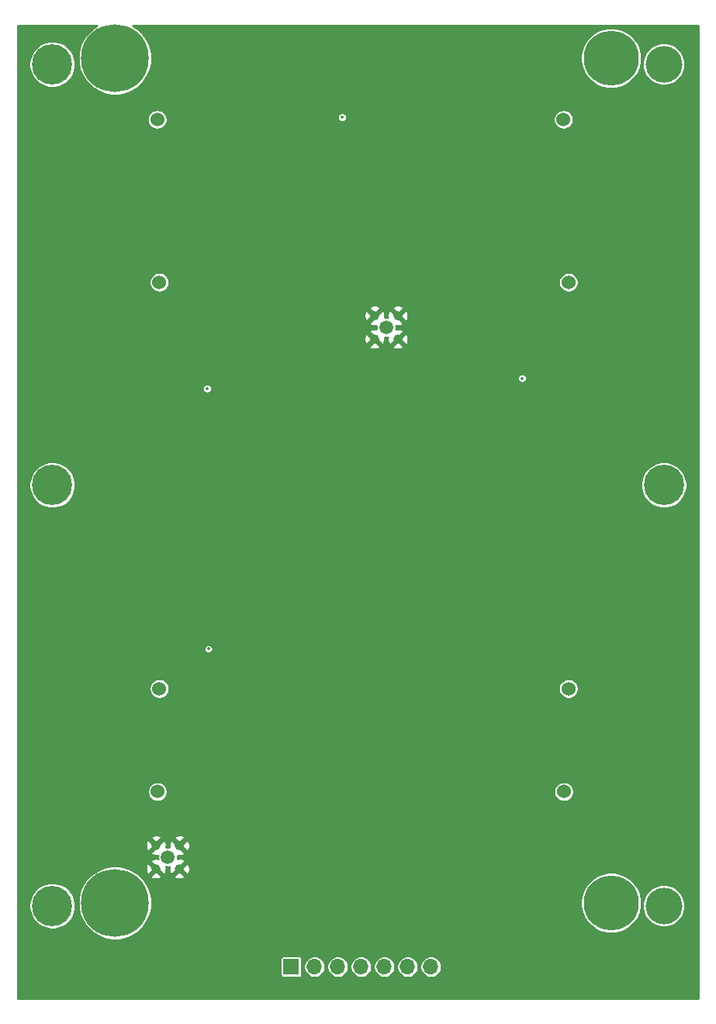
<source format=gbr>
%TF.GenerationSoftware,KiCad,Pcbnew,(5.1.10-1-10_14)*%
%TF.CreationDate,2021-08-18T14:54:20-05:00*%
%TF.ProjectId,payload_board,7061796c-6f61-4645-9f62-6f6172642e6b,3*%
%TF.SameCoordinates,Original*%
%TF.FileFunction,Copper,L3,Inr*%
%TF.FilePolarity,Positive*%
%FSLAX46Y46*%
G04 Gerber Fmt 4.6, Leading zero omitted, Abs format (unit mm)*
G04 Created by KiCad (PCBNEW (5.1.10-1-10_14)) date 2021-08-18 14:54:20*
%MOMM*%
%LPD*%
G01*
G04 APERTURE LIST*
%TA.AperFunction,ComponentPad*%
%ADD10C,1.524000*%
%TD*%
%TA.AperFunction,ComponentPad*%
%ADD11C,0.808000*%
%TD*%
%TA.AperFunction,ComponentPad*%
%ADD12O,1.700000X1.700000*%
%TD*%
%TA.AperFunction,ComponentPad*%
%ADD13R,1.700000X1.700000*%
%TD*%
%TA.AperFunction,ComponentPad*%
%ADD14C,1.000000*%
%TD*%
%TA.AperFunction,ComponentPad*%
%ADD15C,1.500000*%
%TD*%
%TA.AperFunction,ComponentPad*%
%ADD16C,6.000000*%
%TD*%
%TA.AperFunction,ComponentPad*%
%ADD17C,4.000000*%
%TD*%
%TA.AperFunction,ComponentPad*%
%ADD18C,7.400000*%
%TD*%
%TA.AperFunction,ComponentPad*%
%ADD19C,4.400000*%
%TD*%
%TA.AperFunction,ViaPad*%
%ADD20C,0.355600*%
%TD*%
%TA.AperFunction,Conductor*%
%ADD21C,0.254000*%
%TD*%
%TA.AperFunction,Conductor*%
%ADD22C,0.100000*%
%TD*%
G04 APERTURE END LIST*
D10*
X109919200Y-60655000D03*
X65570800Y-60655000D03*
X65815000Y-78420800D03*
X65815000Y-122769200D03*
X65605800Y-134020000D03*
X109954200Y-134020000D03*
X110465000Y-78420800D03*
X110465000Y-122769200D03*
D11*
X54686300Y-111615100D03*
X54686300Y-110700700D03*
X60528300Y-109532300D03*
X60528300Y-108617900D03*
D12*
X95450000Y-153130000D03*
X92910000Y-153130000D03*
X90370000Y-153130000D03*
X87830000Y-153130000D03*
X85290000Y-153130000D03*
X82750000Y-153130000D03*
D13*
X80210000Y-153130000D03*
D14*
X68010000Y-142430000D03*
X68010000Y-139870000D03*
X65450000Y-139870000D03*
X65450000Y-142430000D03*
D15*
X66730000Y-141150000D03*
D14*
X91840000Y-84620000D03*
X91840000Y-82060000D03*
X89280000Y-82060000D03*
X89280000Y-84620000D03*
D15*
X90560000Y-83340000D03*
D16*
X115120000Y-146160000D03*
X115120000Y-53960000D03*
D17*
X120870000Y-146480000D03*
X120870000Y-54630000D03*
D18*
X60970000Y-146160000D03*
X60970000Y-53960000D03*
D19*
X54130000Y-146480000D03*
X120870000Y-100560000D03*
X54130000Y-100560000D03*
X54130000Y-54630000D03*
D20*
X71020000Y-90020000D03*
X105410000Y-88900000D03*
X71160000Y-118440000D03*
X85745000Y-60415000D03*
X77490000Y-126700000D03*
X93360000Y-113910000D03*
X94620000Y-84620000D03*
D21*
X58397837Y-50825811D02*
X57835811Y-51387837D01*
X57394229Y-52048711D01*
X57090062Y-52783034D01*
X56935000Y-53562587D01*
X56935000Y-54357413D01*
X57090062Y-55136966D01*
X57394229Y-55871289D01*
X57835811Y-56532163D01*
X58397837Y-57094189D01*
X59058711Y-57535771D01*
X59793034Y-57839938D01*
X60572587Y-57995000D01*
X61367413Y-57995000D01*
X62146966Y-57839938D01*
X62881289Y-57535771D01*
X63542163Y-57094189D01*
X64104189Y-56532163D01*
X64545771Y-55871289D01*
X64849938Y-55136966D01*
X65005000Y-54357413D01*
X65005000Y-53631531D01*
X111785000Y-53631531D01*
X111785000Y-54288469D01*
X111913162Y-54932784D01*
X112164561Y-55539715D01*
X112529536Y-56085939D01*
X112994061Y-56550464D01*
X113540285Y-56915439D01*
X114147216Y-57166838D01*
X114791531Y-57295000D01*
X115448469Y-57295000D01*
X116092784Y-57166838D01*
X116699715Y-56915439D01*
X117245939Y-56550464D01*
X117710464Y-56085939D01*
X118075439Y-55539715D01*
X118326838Y-54932784D01*
X118432810Y-54400023D01*
X118535000Y-54400023D01*
X118535000Y-54859977D01*
X118624733Y-55311094D01*
X118800750Y-55736037D01*
X119056287Y-56118476D01*
X119381524Y-56443713D01*
X119763963Y-56699250D01*
X120188906Y-56875267D01*
X120640023Y-56965000D01*
X121099977Y-56965000D01*
X121551094Y-56875267D01*
X121976037Y-56699250D01*
X122358476Y-56443713D01*
X122683713Y-56118476D01*
X122939250Y-55736037D01*
X123115267Y-55311094D01*
X123205000Y-54859977D01*
X123205000Y-54400023D01*
X123115267Y-53948906D01*
X122939250Y-53523963D01*
X122683713Y-53141524D01*
X122358476Y-52816287D01*
X121976037Y-52560750D01*
X121551094Y-52384733D01*
X121099977Y-52295000D01*
X120640023Y-52295000D01*
X120188906Y-52384733D01*
X119763963Y-52560750D01*
X119381524Y-52816287D01*
X119056287Y-53141524D01*
X118800750Y-53523963D01*
X118624733Y-53948906D01*
X118535000Y-54400023D01*
X118432810Y-54400023D01*
X118455000Y-54288469D01*
X118455000Y-53631531D01*
X118326838Y-52987216D01*
X118075439Y-52380285D01*
X117710464Y-51834061D01*
X117245939Y-51369536D01*
X116699715Y-51004561D01*
X116092784Y-50753162D01*
X115448469Y-50625000D01*
X114791531Y-50625000D01*
X114147216Y-50753162D01*
X113540285Y-51004561D01*
X112994061Y-51369536D01*
X112529536Y-51834061D01*
X112164561Y-52380285D01*
X111913162Y-52987216D01*
X111785000Y-53631531D01*
X65005000Y-53631531D01*
X65005000Y-53562587D01*
X64849938Y-52783034D01*
X64545771Y-52048711D01*
X64104189Y-51387837D01*
X63542163Y-50825811D01*
X62919858Y-50410000D01*
X124590000Y-50410000D01*
X124590001Y-156590000D01*
X50410000Y-156590000D01*
X50410000Y-152280000D01*
X79023380Y-152280000D01*
X79023380Y-153980000D01*
X79029848Y-154045671D01*
X79049004Y-154108819D01*
X79080111Y-154167016D01*
X79121974Y-154218026D01*
X79172984Y-154259889D01*
X79231181Y-154290996D01*
X79294329Y-154310152D01*
X79360000Y-154316620D01*
X81060000Y-154316620D01*
X81125671Y-154310152D01*
X81188819Y-154290996D01*
X81247016Y-154259889D01*
X81298026Y-154218026D01*
X81339889Y-154167016D01*
X81370996Y-154108819D01*
X81390152Y-154045671D01*
X81396620Y-153980000D01*
X81396620Y-153013288D01*
X81565000Y-153013288D01*
X81565000Y-153246712D01*
X81610539Y-153475652D01*
X81699866Y-153691308D01*
X81829550Y-153885394D01*
X81994606Y-154050450D01*
X82188692Y-154180134D01*
X82404348Y-154269461D01*
X82633288Y-154315000D01*
X82866712Y-154315000D01*
X83095652Y-154269461D01*
X83311308Y-154180134D01*
X83505394Y-154050450D01*
X83670450Y-153885394D01*
X83800134Y-153691308D01*
X83889461Y-153475652D01*
X83935000Y-153246712D01*
X83935000Y-153013288D01*
X84105000Y-153013288D01*
X84105000Y-153246712D01*
X84150539Y-153475652D01*
X84239866Y-153691308D01*
X84369550Y-153885394D01*
X84534606Y-154050450D01*
X84728692Y-154180134D01*
X84944348Y-154269461D01*
X85173288Y-154315000D01*
X85406712Y-154315000D01*
X85635652Y-154269461D01*
X85851308Y-154180134D01*
X86045394Y-154050450D01*
X86210450Y-153885394D01*
X86340134Y-153691308D01*
X86429461Y-153475652D01*
X86475000Y-153246712D01*
X86475000Y-153013288D01*
X86645000Y-153013288D01*
X86645000Y-153246712D01*
X86690539Y-153475652D01*
X86779866Y-153691308D01*
X86909550Y-153885394D01*
X87074606Y-154050450D01*
X87268692Y-154180134D01*
X87484348Y-154269461D01*
X87713288Y-154315000D01*
X87946712Y-154315000D01*
X88175652Y-154269461D01*
X88391308Y-154180134D01*
X88585394Y-154050450D01*
X88750450Y-153885394D01*
X88880134Y-153691308D01*
X88969461Y-153475652D01*
X89015000Y-153246712D01*
X89015000Y-153013288D01*
X89185000Y-153013288D01*
X89185000Y-153246712D01*
X89230539Y-153475652D01*
X89319866Y-153691308D01*
X89449550Y-153885394D01*
X89614606Y-154050450D01*
X89808692Y-154180134D01*
X90024348Y-154269461D01*
X90253288Y-154315000D01*
X90486712Y-154315000D01*
X90715652Y-154269461D01*
X90931308Y-154180134D01*
X91125394Y-154050450D01*
X91290450Y-153885394D01*
X91420134Y-153691308D01*
X91509461Y-153475652D01*
X91555000Y-153246712D01*
X91555000Y-153013288D01*
X91725000Y-153013288D01*
X91725000Y-153246712D01*
X91770539Y-153475652D01*
X91859866Y-153691308D01*
X91989550Y-153885394D01*
X92154606Y-154050450D01*
X92348692Y-154180134D01*
X92564348Y-154269461D01*
X92793288Y-154315000D01*
X93026712Y-154315000D01*
X93255652Y-154269461D01*
X93471308Y-154180134D01*
X93665394Y-154050450D01*
X93830450Y-153885394D01*
X93960134Y-153691308D01*
X94049461Y-153475652D01*
X94095000Y-153246712D01*
X94095000Y-153013288D01*
X94265000Y-153013288D01*
X94265000Y-153246712D01*
X94310539Y-153475652D01*
X94399866Y-153691308D01*
X94529550Y-153885394D01*
X94694606Y-154050450D01*
X94888692Y-154180134D01*
X95104348Y-154269461D01*
X95333288Y-154315000D01*
X95566712Y-154315000D01*
X95795652Y-154269461D01*
X96011308Y-154180134D01*
X96205394Y-154050450D01*
X96370450Y-153885394D01*
X96500134Y-153691308D01*
X96589461Y-153475652D01*
X96635000Y-153246712D01*
X96635000Y-153013288D01*
X96589461Y-152784348D01*
X96500134Y-152568692D01*
X96370450Y-152374606D01*
X96205394Y-152209550D01*
X96011308Y-152079866D01*
X95795652Y-151990539D01*
X95566712Y-151945000D01*
X95333288Y-151945000D01*
X95104348Y-151990539D01*
X94888692Y-152079866D01*
X94694606Y-152209550D01*
X94529550Y-152374606D01*
X94399866Y-152568692D01*
X94310539Y-152784348D01*
X94265000Y-153013288D01*
X94095000Y-153013288D01*
X94049461Y-152784348D01*
X93960134Y-152568692D01*
X93830450Y-152374606D01*
X93665394Y-152209550D01*
X93471308Y-152079866D01*
X93255652Y-151990539D01*
X93026712Y-151945000D01*
X92793288Y-151945000D01*
X92564348Y-151990539D01*
X92348692Y-152079866D01*
X92154606Y-152209550D01*
X91989550Y-152374606D01*
X91859866Y-152568692D01*
X91770539Y-152784348D01*
X91725000Y-153013288D01*
X91555000Y-153013288D01*
X91509461Y-152784348D01*
X91420134Y-152568692D01*
X91290450Y-152374606D01*
X91125394Y-152209550D01*
X90931308Y-152079866D01*
X90715652Y-151990539D01*
X90486712Y-151945000D01*
X90253288Y-151945000D01*
X90024348Y-151990539D01*
X89808692Y-152079866D01*
X89614606Y-152209550D01*
X89449550Y-152374606D01*
X89319866Y-152568692D01*
X89230539Y-152784348D01*
X89185000Y-153013288D01*
X89015000Y-153013288D01*
X88969461Y-152784348D01*
X88880134Y-152568692D01*
X88750450Y-152374606D01*
X88585394Y-152209550D01*
X88391308Y-152079866D01*
X88175652Y-151990539D01*
X87946712Y-151945000D01*
X87713288Y-151945000D01*
X87484348Y-151990539D01*
X87268692Y-152079866D01*
X87074606Y-152209550D01*
X86909550Y-152374606D01*
X86779866Y-152568692D01*
X86690539Y-152784348D01*
X86645000Y-153013288D01*
X86475000Y-153013288D01*
X86429461Y-152784348D01*
X86340134Y-152568692D01*
X86210450Y-152374606D01*
X86045394Y-152209550D01*
X85851308Y-152079866D01*
X85635652Y-151990539D01*
X85406712Y-151945000D01*
X85173288Y-151945000D01*
X84944348Y-151990539D01*
X84728692Y-152079866D01*
X84534606Y-152209550D01*
X84369550Y-152374606D01*
X84239866Y-152568692D01*
X84150539Y-152784348D01*
X84105000Y-153013288D01*
X83935000Y-153013288D01*
X83889461Y-152784348D01*
X83800134Y-152568692D01*
X83670450Y-152374606D01*
X83505394Y-152209550D01*
X83311308Y-152079866D01*
X83095652Y-151990539D01*
X82866712Y-151945000D01*
X82633288Y-151945000D01*
X82404348Y-151990539D01*
X82188692Y-152079866D01*
X81994606Y-152209550D01*
X81829550Y-152374606D01*
X81699866Y-152568692D01*
X81610539Y-152784348D01*
X81565000Y-153013288D01*
X81396620Y-153013288D01*
X81396620Y-152280000D01*
X81390152Y-152214329D01*
X81370996Y-152151181D01*
X81339889Y-152092984D01*
X81298026Y-152041974D01*
X81247016Y-152000111D01*
X81188819Y-151969004D01*
X81125671Y-151949848D01*
X81060000Y-151943380D01*
X79360000Y-151943380D01*
X79294329Y-151949848D01*
X79231181Y-151969004D01*
X79172984Y-152000111D01*
X79121974Y-152041974D01*
X79080111Y-152092984D01*
X79049004Y-152151181D01*
X79029848Y-152214329D01*
X79023380Y-152280000D01*
X50410000Y-152280000D01*
X50410000Y-146230324D01*
X51595000Y-146230324D01*
X51595000Y-146729676D01*
X51692418Y-147219432D01*
X51883512Y-147680773D01*
X52160937Y-148095968D01*
X52514032Y-148449063D01*
X52929227Y-148726488D01*
X53390568Y-148917582D01*
X53880324Y-149015000D01*
X54379676Y-149015000D01*
X54869432Y-148917582D01*
X55330773Y-148726488D01*
X55745968Y-148449063D01*
X56099063Y-148095968D01*
X56376488Y-147680773D01*
X56567582Y-147219432D01*
X56665000Y-146729676D01*
X56665000Y-146230324D01*
X56571962Y-145762587D01*
X56935000Y-145762587D01*
X56935000Y-146557413D01*
X57090062Y-147336966D01*
X57394229Y-148071289D01*
X57835811Y-148732163D01*
X58397837Y-149294189D01*
X59058711Y-149735771D01*
X59793034Y-150039938D01*
X60572587Y-150195000D01*
X61367413Y-150195000D01*
X62146966Y-150039938D01*
X62881289Y-149735771D01*
X63542163Y-149294189D01*
X64104189Y-148732163D01*
X64545771Y-148071289D01*
X64849938Y-147336966D01*
X65005000Y-146557413D01*
X65005000Y-145831531D01*
X111785000Y-145831531D01*
X111785000Y-146488469D01*
X111913162Y-147132784D01*
X112164561Y-147739715D01*
X112529536Y-148285939D01*
X112994061Y-148750464D01*
X113540285Y-149115439D01*
X114147216Y-149366838D01*
X114791531Y-149495000D01*
X115448469Y-149495000D01*
X116092784Y-149366838D01*
X116699715Y-149115439D01*
X117245939Y-148750464D01*
X117710464Y-148285939D01*
X118075439Y-147739715D01*
X118326838Y-147132784D01*
X118455000Y-146488469D01*
X118455000Y-146250023D01*
X118535000Y-146250023D01*
X118535000Y-146709977D01*
X118624733Y-147161094D01*
X118800750Y-147586037D01*
X119056287Y-147968476D01*
X119381524Y-148293713D01*
X119763963Y-148549250D01*
X120188906Y-148725267D01*
X120640023Y-148815000D01*
X121099977Y-148815000D01*
X121551094Y-148725267D01*
X121976037Y-148549250D01*
X122358476Y-148293713D01*
X122683713Y-147968476D01*
X122939250Y-147586037D01*
X123115267Y-147161094D01*
X123205000Y-146709977D01*
X123205000Y-146250023D01*
X123115267Y-145798906D01*
X122939250Y-145373963D01*
X122683713Y-144991524D01*
X122358476Y-144666287D01*
X121976037Y-144410750D01*
X121551094Y-144234733D01*
X121099977Y-144145000D01*
X120640023Y-144145000D01*
X120188906Y-144234733D01*
X119763963Y-144410750D01*
X119381524Y-144666287D01*
X119056287Y-144991524D01*
X118800750Y-145373963D01*
X118624733Y-145798906D01*
X118535000Y-146250023D01*
X118455000Y-146250023D01*
X118455000Y-145831531D01*
X118326838Y-145187216D01*
X118075439Y-144580285D01*
X117710464Y-144034061D01*
X117245939Y-143569536D01*
X116699715Y-143204561D01*
X116092784Y-142953162D01*
X115448469Y-142825000D01*
X114791531Y-142825000D01*
X114147216Y-142953162D01*
X113540285Y-143204561D01*
X112994061Y-143569536D01*
X112529536Y-144034061D01*
X112164561Y-144580285D01*
X111913162Y-145187216D01*
X111785000Y-145831531D01*
X65005000Y-145831531D01*
X65005000Y-145762587D01*
X64849938Y-144983034D01*
X64545771Y-144248711D01*
X64104189Y-143587837D01*
X63724518Y-143208166D01*
X64851439Y-143208166D01*
X64886550Y-143421588D01*
X65090826Y-143512458D01*
X65308905Y-143561731D01*
X65532406Y-143567511D01*
X65752740Y-143529577D01*
X65961440Y-143449387D01*
X66013450Y-143421588D01*
X66048561Y-143208166D01*
X67411439Y-143208166D01*
X67446550Y-143421588D01*
X67650826Y-143512458D01*
X67868905Y-143561731D01*
X68092406Y-143567511D01*
X68312740Y-143529577D01*
X68521440Y-143449387D01*
X68573450Y-143421588D01*
X68608561Y-143208166D01*
X68010000Y-142609605D01*
X67411439Y-143208166D01*
X66048561Y-143208166D01*
X65450000Y-142609605D01*
X64851439Y-143208166D01*
X63724518Y-143208166D01*
X63542163Y-143025811D01*
X62881289Y-142584229D01*
X62707894Y-142512406D01*
X64312489Y-142512406D01*
X64350423Y-142732740D01*
X64430613Y-142941440D01*
X64458412Y-142993450D01*
X64671834Y-143028561D01*
X65270395Y-142430000D01*
X64671834Y-141831439D01*
X64458412Y-141866550D01*
X64367542Y-142070826D01*
X64318269Y-142288905D01*
X64312489Y-142512406D01*
X62707894Y-142512406D01*
X62146966Y-142280062D01*
X61367413Y-142125000D01*
X60572587Y-142125000D01*
X59793034Y-142280062D01*
X59058711Y-142584229D01*
X58397837Y-143025811D01*
X57835811Y-143587837D01*
X57394229Y-144248711D01*
X57090062Y-144983034D01*
X56935000Y-145762587D01*
X56571962Y-145762587D01*
X56567582Y-145740568D01*
X56376488Y-145279227D01*
X56099063Y-144864032D01*
X55745968Y-144510937D01*
X55330773Y-144233512D01*
X54869432Y-144042418D01*
X54379676Y-143945000D01*
X53880324Y-143945000D01*
X53390568Y-144042418D01*
X52929227Y-144233512D01*
X52514032Y-144510937D01*
X52160937Y-144864032D01*
X51883512Y-145279227D01*
X51692418Y-145740568D01*
X51595000Y-146230324D01*
X50410000Y-146230324D01*
X50410000Y-140648166D01*
X64851439Y-140648166D01*
X64886550Y-140861588D01*
X65090826Y-140952458D01*
X65308905Y-141001731D01*
X65532406Y-141007511D01*
X65656330Y-140986175D01*
X65645000Y-141043137D01*
X65645000Y-141256863D01*
X65656160Y-141312970D01*
X65591095Y-141298269D01*
X65367594Y-141292489D01*
X65147260Y-141330423D01*
X64938560Y-141410613D01*
X64886550Y-141438412D01*
X64851439Y-141651834D01*
X65450000Y-142250395D01*
X65464143Y-142236253D01*
X65643748Y-142415858D01*
X65629605Y-142430000D01*
X66228166Y-143028561D01*
X66441588Y-142993450D01*
X66532458Y-142789174D01*
X66581731Y-142571095D01*
X66587511Y-142347594D01*
X66566175Y-142223670D01*
X66623137Y-142235000D01*
X66836863Y-142235000D01*
X66892970Y-142223840D01*
X66878269Y-142288905D01*
X66872489Y-142512406D01*
X66910423Y-142732740D01*
X66990613Y-142941440D01*
X67018412Y-142993450D01*
X67231834Y-143028561D01*
X67830395Y-142430000D01*
X68189605Y-142430000D01*
X68788166Y-143028561D01*
X69001588Y-142993450D01*
X69092458Y-142789174D01*
X69141731Y-142571095D01*
X69147511Y-142347594D01*
X69109577Y-142127260D01*
X69029387Y-141918560D01*
X69001588Y-141866550D01*
X68788166Y-141831439D01*
X68189605Y-142430000D01*
X67830395Y-142430000D01*
X67816253Y-142415858D01*
X67995858Y-142236253D01*
X68010000Y-142250395D01*
X68608561Y-141651834D01*
X68573450Y-141438412D01*
X68369174Y-141347542D01*
X68151095Y-141298269D01*
X67927594Y-141292489D01*
X67803670Y-141313825D01*
X67815000Y-141256863D01*
X67815000Y-141043137D01*
X67803840Y-140987030D01*
X67868905Y-141001731D01*
X68092406Y-141007511D01*
X68312740Y-140969577D01*
X68521440Y-140889387D01*
X68573450Y-140861588D01*
X68608561Y-140648166D01*
X68010000Y-140049605D01*
X67995858Y-140063748D01*
X67816253Y-139884143D01*
X67830395Y-139870000D01*
X68189605Y-139870000D01*
X68788166Y-140468561D01*
X69001588Y-140433450D01*
X69092458Y-140229174D01*
X69141731Y-140011095D01*
X69147511Y-139787594D01*
X69109577Y-139567260D01*
X69029387Y-139358560D01*
X69001588Y-139306550D01*
X68788166Y-139271439D01*
X68189605Y-139870000D01*
X67830395Y-139870000D01*
X67231834Y-139271439D01*
X67018412Y-139306550D01*
X66927542Y-139510826D01*
X66878269Y-139728905D01*
X66872489Y-139952406D01*
X66893825Y-140076330D01*
X66836863Y-140065000D01*
X66623137Y-140065000D01*
X66567030Y-140076160D01*
X66581731Y-140011095D01*
X66587511Y-139787594D01*
X66549577Y-139567260D01*
X66469387Y-139358560D01*
X66441588Y-139306550D01*
X66228166Y-139271439D01*
X65629605Y-139870000D01*
X65643748Y-139884143D01*
X65464143Y-140063748D01*
X65450000Y-140049605D01*
X64851439Y-140648166D01*
X50410000Y-140648166D01*
X50410000Y-139952406D01*
X64312489Y-139952406D01*
X64350423Y-140172740D01*
X64430613Y-140381440D01*
X64458412Y-140433450D01*
X64671834Y-140468561D01*
X65270395Y-139870000D01*
X64671834Y-139271439D01*
X64458412Y-139306550D01*
X64367542Y-139510826D01*
X64318269Y-139728905D01*
X64312489Y-139952406D01*
X50410000Y-139952406D01*
X50410000Y-139091834D01*
X64851439Y-139091834D01*
X65450000Y-139690395D01*
X66048561Y-139091834D01*
X67411439Y-139091834D01*
X68010000Y-139690395D01*
X68608561Y-139091834D01*
X68573450Y-138878412D01*
X68369174Y-138787542D01*
X68151095Y-138738269D01*
X67927594Y-138732489D01*
X67707260Y-138770423D01*
X67498560Y-138850613D01*
X67446550Y-138878412D01*
X67411439Y-139091834D01*
X66048561Y-139091834D01*
X66013450Y-138878412D01*
X65809174Y-138787542D01*
X65591095Y-138738269D01*
X65367594Y-138732489D01*
X65147260Y-138770423D01*
X64938560Y-138850613D01*
X64886550Y-138878412D01*
X64851439Y-139091834D01*
X50410000Y-139091834D01*
X50410000Y-133911955D01*
X64508800Y-133911955D01*
X64508800Y-134128045D01*
X64550957Y-134339983D01*
X64633651Y-134539624D01*
X64753704Y-134719297D01*
X64906503Y-134872096D01*
X65086176Y-134992149D01*
X65285817Y-135074843D01*
X65497755Y-135117000D01*
X65713845Y-135117000D01*
X65925783Y-135074843D01*
X66125424Y-134992149D01*
X66305097Y-134872096D01*
X66457896Y-134719297D01*
X66577949Y-134539624D01*
X66660643Y-134339983D01*
X66702800Y-134128045D01*
X66702800Y-133911955D01*
X108857200Y-133911955D01*
X108857200Y-134128045D01*
X108899357Y-134339983D01*
X108982051Y-134539624D01*
X109102104Y-134719297D01*
X109254903Y-134872096D01*
X109434576Y-134992149D01*
X109634217Y-135074843D01*
X109846155Y-135117000D01*
X110062245Y-135117000D01*
X110274183Y-135074843D01*
X110473824Y-134992149D01*
X110653497Y-134872096D01*
X110806296Y-134719297D01*
X110926349Y-134539624D01*
X111009043Y-134339983D01*
X111051200Y-134128045D01*
X111051200Y-133911955D01*
X111009043Y-133700017D01*
X110926349Y-133500376D01*
X110806296Y-133320703D01*
X110653497Y-133167904D01*
X110473824Y-133047851D01*
X110274183Y-132965157D01*
X110062245Y-132923000D01*
X109846155Y-132923000D01*
X109634217Y-132965157D01*
X109434576Y-133047851D01*
X109254903Y-133167904D01*
X109102104Y-133320703D01*
X108982051Y-133500376D01*
X108899357Y-133700017D01*
X108857200Y-133911955D01*
X66702800Y-133911955D01*
X66660643Y-133700017D01*
X66577949Y-133500376D01*
X66457896Y-133320703D01*
X66305097Y-133167904D01*
X66125424Y-133047851D01*
X65925783Y-132965157D01*
X65713845Y-132923000D01*
X65497755Y-132923000D01*
X65285817Y-132965157D01*
X65086176Y-133047851D01*
X64906503Y-133167904D01*
X64753704Y-133320703D01*
X64633651Y-133500376D01*
X64550957Y-133700017D01*
X64508800Y-133911955D01*
X50410000Y-133911955D01*
X50410000Y-122661155D01*
X64718000Y-122661155D01*
X64718000Y-122877245D01*
X64760157Y-123089183D01*
X64842851Y-123288824D01*
X64962904Y-123468497D01*
X65115703Y-123621296D01*
X65295376Y-123741349D01*
X65495017Y-123824043D01*
X65706955Y-123866200D01*
X65923045Y-123866200D01*
X66134983Y-123824043D01*
X66334624Y-123741349D01*
X66514297Y-123621296D01*
X66667096Y-123468497D01*
X66787149Y-123288824D01*
X66869843Y-123089183D01*
X66912000Y-122877245D01*
X66912000Y-122661155D01*
X109368000Y-122661155D01*
X109368000Y-122877245D01*
X109410157Y-123089183D01*
X109492851Y-123288824D01*
X109612904Y-123468497D01*
X109765703Y-123621296D01*
X109945376Y-123741349D01*
X110145017Y-123824043D01*
X110356955Y-123866200D01*
X110573045Y-123866200D01*
X110784983Y-123824043D01*
X110984624Y-123741349D01*
X111164297Y-123621296D01*
X111317096Y-123468497D01*
X111437149Y-123288824D01*
X111519843Y-123089183D01*
X111562000Y-122877245D01*
X111562000Y-122661155D01*
X111519843Y-122449217D01*
X111437149Y-122249576D01*
X111317096Y-122069903D01*
X111164297Y-121917104D01*
X110984624Y-121797051D01*
X110784983Y-121714357D01*
X110573045Y-121672200D01*
X110356955Y-121672200D01*
X110145017Y-121714357D01*
X109945376Y-121797051D01*
X109765703Y-121917104D01*
X109612904Y-122069903D01*
X109492851Y-122249576D01*
X109410157Y-122449217D01*
X109368000Y-122661155D01*
X66912000Y-122661155D01*
X66869843Y-122449217D01*
X66787149Y-122249576D01*
X66667096Y-122069903D01*
X66514297Y-121917104D01*
X66334624Y-121797051D01*
X66134983Y-121714357D01*
X65923045Y-121672200D01*
X65706955Y-121672200D01*
X65495017Y-121714357D01*
X65295376Y-121797051D01*
X65115703Y-121917104D01*
X64962904Y-122069903D01*
X64842851Y-122249576D01*
X64760157Y-122449217D01*
X64718000Y-122661155D01*
X50410000Y-122661155D01*
X50410000Y-118389494D01*
X70647200Y-118389494D01*
X70647200Y-118490506D01*
X70666907Y-118589578D01*
X70705563Y-118682902D01*
X70761682Y-118766891D01*
X70833109Y-118838318D01*
X70917098Y-118894437D01*
X71010422Y-118933093D01*
X71109494Y-118952800D01*
X71210506Y-118952800D01*
X71309578Y-118933093D01*
X71402902Y-118894437D01*
X71486891Y-118838318D01*
X71558318Y-118766891D01*
X71614437Y-118682902D01*
X71653093Y-118589578D01*
X71672800Y-118490506D01*
X71672800Y-118389494D01*
X71653093Y-118290422D01*
X71614437Y-118197098D01*
X71558318Y-118113109D01*
X71486891Y-118041682D01*
X71402902Y-117985563D01*
X71309578Y-117946907D01*
X71210506Y-117927200D01*
X71109494Y-117927200D01*
X71010422Y-117946907D01*
X70917098Y-117985563D01*
X70833109Y-118041682D01*
X70761682Y-118113109D01*
X70705563Y-118197098D01*
X70666907Y-118290422D01*
X70647200Y-118389494D01*
X50410000Y-118389494D01*
X50410000Y-100310324D01*
X51595000Y-100310324D01*
X51595000Y-100809676D01*
X51692418Y-101299432D01*
X51883512Y-101760773D01*
X52160937Y-102175968D01*
X52514032Y-102529063D01*
X52929227Y-102806488D01*
X53390568Y-102997582D01*
X53880324Y-103095000D01*
X54379676Y-103095000D01*
X54869432Y-102997582D01*
X55330773Y-102806488D01*
X55745968Y-102529063D01*
X56099063Y-102175968D01*
X56376488Y-101760773D01*
X56567582Y-101299432D01*
X56665000Y-100809676D01*
X56665000Y-100310324D01*
X118335000Y-100310324D01*
X118335000Y-100809676D01*
X118432418Y-101299432D01*
X118623512Y-101760773D01*
X118900937Y-102175968D01*
X119254032Y-102529063D01*
X119669227Y-102806488D01*
X120130568Y-102997582D01*
X120620324Y-103095000D01*
X121119676Y-103095000D01*
X121609432Y-102997582D01*
X122070773Y-102806488D01*
X122485968Y-102529063D01*
X122839063Y-102175968D01*
X123116488Y-101760773D01*
X123307582Y-101299432D01*
X123405000Y-100809676D01*
X123405000Y-100310324D01*
X123307582Y-99820568D01*
X123116488Y-99359227D01*
X122839063Y-98944032D01*
X122485968Y-98590937D01*
X122070773Y-98313512D01*
X121609432Y-98122418D01*
X121119676Y-98025000D01*
X120620324Y-98025000D01*
X120130568Y-98122418D01*
X119669227Y-98313512D01*
X119254032Y-98590937D01*
X118900937Y-98944032D01*
X118623512Y-99359227D01*
X118432418Y-99820568D01*
X118335000Y-100310324D01*
X56665000Y-100310324D01*
X56567582Y-99820568D01*
X56376488Y-99359227D01*
X56099063Y-98944032D01*
X55745968Y-98590937D01*
X55330773Y-98313512D01*
X54869432Y-98122418D01*
X54379676Y-98025000D01*
X53880324Y-98025000D01*
X53390568Y-98122418D01*
X52929227Y-98313512D01*
X52514032Y-98590937D01*
X52160937Y-98944032D01*
X51883512Y-99359227D01*
X51692418Y-99820568D01*
X51595000Y-100310324D01*
X50410000Y-100310324D01*
X50410000Y-89969494D01*
X70507200Y-89969494D01*
X70507200Y-90070506D01*
X70526907Y-90169578D01*
X70565563Y-90262902D01*
X70621682Y-90346891D01*
X70693109Y-90418318D01*
X70777098Y-90474437D01*
X70870422Y-90513093D01*
X70969494Y-90532800D01*
X71070506Y-90532800D01*
X71169578Y-90513093D01*
X71262902Y-90474437D01*
X71346891Y-90418318D01*
X71418318Y-90346891D01*
X71474437Y-90262902D01*
X71513093Y-90169578D01*
X71532800Y-90070506D01*
X71532800Y-89969494D01*
X71513093Y-89870422D01*
X71474437Y-89777098D01*
X71418318Y-89693109D01*
X71346891Y-89621682D01*
X71262902Y-89565563D01*
X71169578Y-89526907D01*
X71070506Y-89507200D01*
X70969494Y-89507200D01*
X70870422Y-89526907D01*
X70777098Y-89565563D01*
X70693109Y-89621682D01*
X70621682Y-89693109D01*
X70565563Y-89777098D01*
X70526907Y-89870422D01*
X70507200Y-89969494D01*
X50410000Y-89969494D01*
X50410000Y-88849494D01*
X104897200Y-88849494D01*
X104897200Y-88950506D01*
X104916907Y-89049578D01*
X104955563Y-89142902D01*
X105011682Y-89226891D01*
X105083109Y-89298318D01*
X105167098Y-89354437D01*
X105260422Y-89393093D01*
X105359494Y-89412800D01*
X105460506Y-89412800D01*
X105559578Y-89393093D01*
X105652902Y-89354437D01*
X105736891Y-89298318D01*
X105808318Y-89226891D01*
X105864437Y-89142902D01*
X105903093Y-89049578D01*
X105922800Y-88950506D01*
X105922800Y-88849494D01*
X105903093Y-88750422D01*
X105864437Y-88657098D01*
X105808318Y-88573109D01*
X105736891Y-88501682D01*
X105652902Y-88445563D01*
X105559578Y-88406907D01*
X105460506Y-88387200D01*
X105359494Y-88387200D01*
X105260422Y-88406907D01*
X105167098Y-88445563D01*
X105083109Y-88501682D01*
X105011682Y-88573109D01*
X104955563Y-88657098D01*
X104916907Y-88750422D01*
X104897200Y-88849494D01*
X50410000Y-88849494D01*
X50410000Y-85398166D01*
X88681439Y-85398166D01*
X88716550Y-85611588D01*
X88920826Y-85702458D01*
X89138905Y-85751731D01*
X89362406Y-85757511D01*
X89582740Y-85719577D01*
X89791440Y-85639387D01*
X89843450Y-85611588D01*
X89878561Y-85398166D01*
X91241439Y-85398166D01*
X91276550Y-85611588D01*
X91480826Y-85702458D01*
X91698905Y-85751731D01*
X91922406Y-85757511D01*
X92142740Y-85719577D01*
X92351440Y-85639387D01*
X92403450Y-85611588D01*
X92438561Y-85398166D01*
X91840000Y-84799605D01*
X91241439Y-85398166D01*
X89878561Y-85398166D01*
X89280000Y-84799605D01*
X88681439Y-85398166D01*
X50410000Y-85398166D01*
X50410000Y-84702406D01*
X88142489Y-84702406D01*
X88180423Y-84922740D01*
X88260613Y-85131440D01*
X88288412Y-85183450D01*
X88501834Y-85218561D01*
X89100395Y-84620000D01*
X88501834Y-84021439D01*
X88288412Y-84056550D01*
X88197542Y-84260826D01*
X88148269Y-84478905D01*
X88142489Y-84702406D01*
X50410000Y-84702406D01*
X50410000Y-82838166D01*
X88681439Y-82838166D01*
X88716550Y-83051588D01*
X88920826Y-83142458D01*
X89138905Y-83191731D01*
X89362406Y-83197511D01*
X89486330Y-83176175D01*
X89475000Y-83233137D01*
X89475000Y-83446863D01*
X89486160Y-83502970D01*
X89421095Y-83488269D01*
X89197594Y-83482489D01*
X88977260Y-83520423D01*
X88768560Y-83600613D01*
X88716550Y-83628412D01*
X88681439Y-83841834D01*
X89280000Y-84440395D01*
X89294143Y-84426253D01*
X89473748Y-84605858D01*
X89459605Y-84620000D01*
X90058166Y-85218561D01*
X90271588Y-85183450D01*
X90362458Y-84979174D01*
X90411731Y-84761095D01*
X90417511Y-84537594D01*
X90396175Y-84413670D01*
X90453137Y-84425000D01*
X90666863Y-84425000D01*
X90722970Y-84413840D01*
X90708269Y-84478905D01*
X90702489Y-84702406D01*
X90740423Y-84922740D01*
X90820613Y-85131440D01*
X90848412Y-85183450D01*
X91061834Y-85218561D01*
X91660395Y-84620000D01*
X92019605Y-84620000D01*
X92618166Y-85218561D01*
X92831588Y-85183450D01*
X92922458Y-84979174D01*
X92971731Y-84761095D01*
X92977511Y-84537594D01*
X92939577Y-84317260D01*
X92859387Y-84108560D01*
X92831588Y-84056550D01*
X92618166Y-84021439D01*
X92019605Y-84620000D01*
X91660395Y-84620000D01*
X91646253Y-84605858D01*
X91825858Y-84426253D01*
X91840000Y-84440395D01*
X92438561Y-83841834D01*
X92403450Y-83628412D01*
X92199174Y-83537542D01*
X91981095Y-83488269D01*
X91757594Y-83482489D01*
X91633670Y-83503825D01*
X91645000Y-83446863D01*
X91645000Y-83233137D01*
X91633840Y-83177030D01*
X91698905Y-83191731D01*
X91922406Y-83197511D01*
X92142740Y-83159577D01*
X92351440Y-83079387D01*
X92403450Y-83051588D01*
X92438561Y-82838166D01*
X91840000Y-82239605D01*
X91825858Y-82253748D01*
X91646253Y-82074143D01*
X91660395Y-82060000D01*
X92019605Y-82060000D01*
X92618166Y-82658561D01*
X92831588Y-82623450D01*
X92922458Y-82419174D01*
X92971731Y-82201095D01*
X92977511Y-81977594D01*
X92939577Y-81757260D01*
X92859387Y-81548560D01*
X92831588Y-81496550D01*
X92618166Y-81461439D01*
X92019605Y-82060000D01*
X91660395Y-82060000D01*
X91061834Y-81461439D01*
X90848412Y-81496550D01*
X90757542Y-81700826D01*
X90708269Y-81918905D01*
X90702489Y-82142406D01*
X90723825Y-82266330D01*
X90666863Y-82255000D01*
X90453137Y-82255000D01*
X90397030Y-82266160D01*
X90411731Y-82201095D01*
X90417511Y-81977594D01*
X90379577Y-81757260D01*
X90299387Y-81548560D01*
X90271588Y-81496550D01*
X90058166Y-81461439D01*
X89459605Y-82060000D01*
X89473748Y-82074143D01*
X89294143Y-82253748D01*
X89280000Y-82239605D01*
X88681439Y-82838166D01*
X50410000Y-82838166D01*
X50410000Y-82142406D01*
X88142489Y-82142406D01*
X88180423Y-82362740D01*
X88260613Y-82571440D01*
X88288412Y-82623450D01*
X88501834Y-82658561D01*
X89100395Y-82060000D01*
X88501834Y-81461439D01*
X88288412Y-81496550D01*
X88197542Y-81700826D01*
X88148269Y-81918905D01*
X88142489Y-82142406D01*
X50410000Y-82142406D01*
X50410000Y-81281834D01*
X88681439Y-81281834D01*
X89280000Y-81880395D01*
X89878561Y-81281834D01*
X91241439Y-81281834D01*
X91840000Y-81880395D01*
X92438561Y-81281834D01*
X92403450Y-81068412D01*
X92199174Y-80977542D01*
X91981095Y-80928269D01*
X91757594Y-80922489D01*
X91537260Y-80960423D01*
X91328560Y-81040613D01*
X91276550Y-81068412D01*
X91241439Y-81281834D01*
X89878561Y-81281834D01*
X89843450Y-81068412D01*
X89639174Y-80977542D01*
X89421095Y-80928269D01*
X89197594Y-80922489D01*
X88977260Y-80960423D01*
X88768560Y-81040613D01*
X88716550Y-81068412D01*
X88681439Y-81281834D01*
X50410000Y-81281834D01*
X50410000Y-78312755D01*
X64718000Y-78312755D01*
X64718000Y-78528845D01*
X64760157Y-78740783D01*
X64842851Y-78940424D01*
X64962904Y-79120097D01*
X65115703Y-79272896D01*
X65295376Y-79392949D01*
X65495017Y-79475643D01*
X65706955Y-79517800D01*
X65923045Y-79517800D01*
X66134983Y-79475643D01*
X66334624Y-79392949D01*
X66514297Y-79272896D01*
X66667096Y-79120097D01*
X66787149Y-78940424D01*
X66869843Y-78740783D01*
X66912000Y-78528845D01*
X66912000Y-78312755D01*
X109368000Y-78312755D01*
X109368000Y-78528845D01*
X109410157Y-78740783D01*
X109492851Y-78940424D01*
X109612904Y-79120097D01*
X109765703Y-79272896D01*
X109945376Y-79392949D01*
X110145017Y-79475643D01*
X110356955Y-79517800D01*
X110573045Y-79517800D01*
X110784983Y-79475643D01*
X110984624Y-79392949D01*
X111164297Y-79272896D01*
X111317096Y-79120097D01*
X111437149Y-78940424D01*
X111519843Y-78740783D01*
X111562000Y-78528845D01*
X111562000Y-78312755D01*
X111519843Y-78100817D01*
X111437149Y-77901176D01*
X111317096Y-77721503D01*
X111164297Y-77568704D01*
X110984624Y-77448651D01*
X110784983Y-77365957D01*
X110573045Y-77323800D01*
X110356955Y-77323800D01*
X110145017Y-77365957D01*
X109945376Y-77448651D01*
X109765703Y-77568704D01*
X109612904Y-77721503D01*
X109492851Y-77901176D01*
X109410157Y-78100817D01*
X109368000Y-78312755D01*
X66912000Y-78312755D01*
X66869843Y-78100817D01*
X66787149Y-77901176D01*
X66667096Y-77721503D01*
X66514297Y-77568704D01*
X66334624Y-77448651D01*
X66134983Y-77365957D01*
X65923045Y-77323800D01*
X65706955Y-77323800D01*
X65495017Y-77365957D01*
X65295376Y-77448651D01*
X65115703Y-77568704D01*
X64962904Y-77721503D01*
X64842851Y-77901176D01*
X64760157Y-78100817D01*
X64718000Y-78312755D01*
X50410000Y-78312755D01*
X50410000Y-60546955D01*
X64473800Y-60546955D01*
X64473800Y-60763045D01*
X64515957Y-60974983D01*
X64598651Y-61174624D01*
X64718704Y-61354297D01*
X64871503Y-61507096D01*
X65051176Y-61627149D01*
X65250817Y-61709843D01*
X65462755Y-61752000D01*
X65678845Y-61752000D01*
X65890783Y-61709843D01*
X66090424Y-61627149D01*
X66270097Y-61507096D01*
X66422896Y-61354297D01*
X66542949Y-61174624D01*
X66625643Y-60974983D01*
X66667800Y-60763045D01*
X66667800Y-60546955D01*
X66631507Y-60364494D01*
X85232200Y-60364494D01*
X85232200Y-60465506D01*
X85251907Y-60564578D01*
X85290563Y-60657902D01*
X85346682Y-60741891D01*
X85418109Y-60813318D01*
X85502098Y-60869437D01*
X85595422Y-60908093D01*
X85694494Y-60927800D01*
X85795506Y-60927800D01*
X85894578Y-60908093D01*
X85987902Y-60869437D01*
X86071891Y-60813318D01*
X86143318Y-60741891D01*
X86199437Y-60657902D01*
X86238093Y-60564578D01*
X86241598Y-60546955D01*
X108822200Y-60546955D01*
X108822200Y-60763045D01*
X108864357Y-60974983D01*
X108947051Y-61174624D01*
X109067104Y-61354297D01*
X109219903Y-61507096D01*
X109399576Y-61627149D01*
X109599217Y-61709843D01*
X109811155Y-61752000D01*
X110027245Y-61752000D01*
X110239183Y-61709843D01*
X110438824Y-61627149D01*
X110618497Y-61507096D01*
X110771296Y-61354297D01*
X110891349Y-61174624D01*
X110974043Y-60974983D01*
X111016200Y-60763045D01*
X111016200Y-60546955D01*
X110974043Y-60335017D01*
X110891349Y-60135376D01*
X110771296Y-59955703D01*
X110618497Y-59802904D01*
X110438824Y-59682851D01*
X110239183Y-59600157D01*
X110027245Y-59558000D01*
X109811155Y-59558000D01*
X109599217Y-59600157D01*
X109399576Y-59682851D01*
X109219903Y-59802904D01*
X109067104Y-59955703D01*
X108947051Y-60135376D01*
X108864357Y-60335017D01*
X108822200Y-60546955D01*
X86241598Y-60546955D01*
X86257800Y-60465506D01*
X86257800Y-60364494D01*
X86238093Y-60265422D01*
X86199437Y-60172098D01*
X86143318Y-60088109D01*
X86071891Y-60016682D01*
X85987902Y-59960563D01*
X85894578Y-59921907D01*
X85795506Y-59902200D01*
X85694494Y-59902200D01*
X85595422Y-59921907D01*
X85502098Y-59960563D01*
X85418109Y-60016682D01*
X85346682Y-60088109D01*
X85290563Y-60172098D01*
X85251907Y-60265422D01*
X85232200Y-60364494D01*
X66631507Y-60364494D01*
X66625643Y-60335017D01*
X66542949Y-60135376D01*
X66422896Y-59955703D01*
X66270097Y-59802904D01*
X66090424Y-59682851D01*
X65890783Y-59600157D01*
X65678845Y-59558000D01*
X65462755Y-59558000D01*
X65250817Y-59600157D01*
X65051176Y-59682851D01*
X64871503Y-59802904D01*
X64718704Y-59955703D01*
X64598651Y-60135376D01*
X64515957Y-60335017D01*
X64473800Y-60546955D01*
X50410000Y-60546955D01*
X50410000Y-54380324D01*
X51595000Y-54380324D01*
X51595000Y-54879676D01*
X51692418Y-55369432D01*
X51883512Y-55830773D01*
X52160937Y-56245968D01*
X52514032Y-56599063D01*
X52929227Y-56876488D01*
X53390568Y-57067582D01*
X53880324Y-57165000D01*
X54379676Y-57165000D01*
X54869432Y-57067582D01*
X55330773Y-56876488D01*
X55745968Y-56599063D01*
X56099063Y-56245968D01*
X56376488Y-55830773D01*
X56567582Y-55369432D01*
X56665000Y-54879676D01*
X56665000Y-54380324D01*
X56567582Y-53890568D01*
X56376488Y-53429227D01*
X56099063Y-53014032D01*
X55745968Y-52660937D01*
X55330773Y-52383512D01*
X54869432Y-52192418D01*
X54379676Y-52095000D01*
X53880324Y-52095000D01*
X53390568Y-52192418D01*
X52929227Y-52383512D01*
X52514032Y-52660937D01*
X52160937Y-53014032D01*
X51883512Y-53429227D01*
X51692418Y-53890568D01*
X51595000Y-54380324D01*
X50410000Y-54380324D01*
X50410000Y-50410000D01*
X59020142Y-50410000D01*
X58397837Y-50825811D01*
%TA.AperFunction,Conductor*%
D22*
G36*
X58397837Y-50825811D02*
G01*
X57835811Y-51387837D01*
X57394229Y-52048711D01*
X57090062Y-52783034D01*
X56935000Y-53562587D01*
X56935000Y-54357413D01*
X57090062Y-55136966D01*
X57394229Y-55871289D01*
X57835811Y-56532163D01*
X58397837Y-57094189D01*
X59058711Y-57535771D01*
X59793034Y-57839938D01*
X60572587Y-57995000D01*
X61367413Y-57995000D01*
X62146966Y-57839938D01*
X62881289Y-57535771D01*
X63542163Y-57094189D01*
X64104189Y-56532163D01*
X64545771Y-55871289D01*
X64849938Y-55136966D01*
X65005000Y-54357413D01*
X65005000Y-53631531D01*
X111785000Y-53631531D01*
X111785000Y-54288469D01*
X111913162Y-54932784D01*
X112164561Y-55539715D01*
X112529536Y-56085939D01*
X112994061Y-56550464D01*
X113540285Y-56915439D01*
X114147216Y-57166838D01*
X114791531Y-57295000D01*
X115448469Y-57295000D01*
X116092784Y-57166838D01*
X116699715Y-56915439D01*
X117245939Y-56550464D01*
X117710464Y-56085939D01*
X118075439Y-55539715D01*
X118326838Y-54932784D01*
X118432810Y-54400023D01*
X118535000Y-54400023D01*
X118535000Y-54859977D01*
X118624733Y-55311094D01*
X118800750Y-55736037D01*
X119056287Y-56118476D01*
X119381524Y-56443713D01*
X119763963Y-56699250D01*
X120188906Y-56875267D01*
X120640023Y-56965000D01*
X121099977Y-56965000D01*
X121551094Y-56875267D01*
X121976037Y-56699250D01*
X122358476Y-56443713D01*
X122683713Y-56118476D01*
X122939250Y-55736037D01*
X123115267Y-55311094D01*
X123205000Y-54859977D01*
X123205000Y-54400023D01*
X123115267Y-53948906D01*
X122939250Y-53523963D01*
X122683713Y-53141524D01*
X122358476Y-52816287D01*
X121976037Y-52560750D01*
X121551094Y-52384733D01*
X121099977Y-52295000D01*
X120640023Y-52295000D01*
X120188906Y-52384733D01*
X119763963Y-52560750D01*
X119381524Y-52816287D01*
X119056287Y-53141524D01*
X118800750Y-53523963D01*
X118624733Y-53948906D01*
X118535000Y-54400023D01*
X118432810Y-54400023D01*
X118455000Y-54288469D01*
X118455000Y-53631531D01*
X118326838Y-52987216D01*
X118075439Y-52380285D01*
X117710464Y-51834061D01*
X117245939Y-51369536D01*
X116699715Y-51004561D01*
X116092784Y-50753162D01*
X115448469Y-50625000D01*
X114791531Y-50625000D01*
X114147216Y-50753162D01*
X113540285Y-51004561D01*
X112994061Y-51369536D01*
X112529536Y-51834061D01*
X112164561Y-52380285D01*
X111913162Y-52987216D01*
X111785000Y-53631531D01*
X65005000Y-53631531D01*
X65005000Y-53562587D01*
X64849938Y-52783034D01*
X64545771Y-52048711D01*
X64104189Y-51387837D01*
X63542163Y-50825811D01*
X62919858Y-50410000D01*
X124590000Y-50410000D01*
X124590001Y-156590000D01*
X50410000Y-156590000D01*
X50410000Y-152280000D01*
X79023380Y-152280000D01*
X79023380Y-153980000D01*
X79029848Y-154045671D01*
X79049004Y-154108819D01*
X79080111Y-154167016D01*
X79121974Y-154218026D01*
X79172984Y-154259889D01*
X79231181Y-154290996D01*
X79294329Y-154310152D01*
X79360000Y-154316620D01*
X81060000Y-154316620D01*
X81125671Y-154310152D01*
X81188819Y-154290996D01*
X81247016Y-154259889D01*
X81298026Y-154218026D01*
X81339889Y-154167016D01*
X81370996Y-154108819D01*
X81390152Y-154045671D01*
X81396620Y-153980000D01*
X81396620Y-153013288D01*
X81565000Y-153013288D01*
X81565000Y-153246712D01*
X81610539Y-153475652D01*
X81699866Y-153691308D01*
X81829550Y-153885394D01*
X81994606Y-154050450D01*
X82188692Y-154180134D01*
X82404348Y-154269461D01*
X82633288Y-154315000D01*
X82866712Y-154315000D01*
X83095652Y-154269461D01*
X83311308Y-154180134D01*
X83505394Y-154050450D01*
X83670450Y-153885394D01*
X83800134Y-153691308D01*
X83889461Y-153475652D01*
X83935000Y-153246712D01*
X83935000Y-153013288D01*
X84105000Y-153013288D01*
X84105000Y-153246712D01*
X84150539Y-153475652D01*
X84239866Y-153691308D01*
X84369550Y-153885394D01*
X84534606Y-154050450D01*
X84728692Y-154180134D01*
X84944348Y-154269461D01*
X85173288Y-154315000D01*
X85406712Y-154315000D01*
X85635652Y-154269461D01*
X85851308Y-154180134D01*
X86045394Y-154050450D01*
X86210450Y-153885394D01*
X86340134Y-153691308D01*
X86429461Y-153475652D01*
X86475000Y-153246712D01*
X86475000Y-153013288D01*
X86645000Y-153013288D01*
X86645000Y-153246712D01*
X86690539Y-153475652D01*
X86779866Y-153691308D01*
X86909550Y-153885394D01*
X87074606Y-154050450D01*
X87268692Y-154180134D01*
X87484348Y-154269461D01*
X87713288Y-154315000D01*
X87946712Y-154315000D01*
X88175652Y-154269461D01*
X88391308Y-154180134D01*
X88585394Y-154050450D01*
X88750450Y-153885394D01*
X88880134Y-153691308D01*
X88969461Y-153475652D01*
X89015000Y-153246712D01*
X89015000Y-153013288D01*
X89185000Y-153013288D01*
X89185000Y-153246712D01*
X89230539Y-153475652D01*
X89319866Y-153691308D01*
X89449550Y-153885394D01*
X89614606Y-154050450D01*
X89808692Y-154180134D01*
X90024348Y-154269461D01*
X90253288Y-154315000D01*
X90486712Y-154315000D01*
X90715652Y-154269461D01*
X90931308Y-154180134D01*
X91125394Y-154050450D01*
X91290450Y-153885394D01*
X91420134Y-153691308D01*
X91509461Y-153475652D01*
X91555000Y-153246712D01*
X91555000Y-153013288D01*
X91725000Y-153013288D01*
X91725000Y-153246712D01*
X91770539Y-153475652D01*
X91859866Y-153691308D01*
X91989550Y-153885394D01*
X92154606Y-154050450D01*
X92348692Y-154180134D01*
X92564348Y-154269461D01*
X92793288Y-154315000D01*
X93026712Y-154315000D01*
X93255652Y-154269461D01*
X93471308Y-154180134D01*
X93665394Y-154050450D01*
X93830450Y-153885394D01*
X93960134Y-153691308D01*
X94049461Y-153475652D01*
X94095000Y-153246712D01*
X94095000Y-153013288D01*
X94265000Y-153013288D01*
X94265000Y-153246712D01*
X94310539Y-153475652D01*
X94399866Y-153691308D01*
X94529550Y-153885394D01*
X94694606Y-154050450D01*
X94888692Y-154180134D01*
X95104348Y-154269461D01*
X95333288Y-154315000D01*
X95566712Y-154315000D01*
X95795652Y-154269461D01*
X96011308Y-154180134D01*
X96205394Y-154050450D01*
X96370450Y-153885394D01*
X96500134Y-153691308D01*
X96589461Y-153475652D01*
X96635000Y-153246712D01*
X96635000Y-153013288D01*
X96589461Y-152784348D01*
X96500134Y-152568692D01*
X96370450Y-152374606D01*
X96205394Y-152209550D01*
X96011308Y-152079866D01*
X95795652Y-151990539D01*
X95566712Y-151945000D01*
X95333288Y-151945000D01*
X95104348Y-151990539D01*
X94888692Y-152079866D01*
X94694606Y-152209550D01*
X94529550Y-152374606D01*
X94399866Y-152568692D01*
X94310539Y-152784348D01*
X94265000Y-153013288D01*
X94095000Y-153013288D01*
X94049461Y-152784348D01*
X93960134Y-152568692D01*
X93830450Y-152374606D01*
X93665394Y-152209550D01*
X93471308Y-152079866D01*
X93255652Y-151990539D01*
X93026712Y-151945000D01*
X92793288Y-151945000D01*
X92564348Y-151990539D01*
X92348692Y-152079866D01*
X92154606Y-152209550D01*
X91989550Y-152374606D01*
X91859866Y-152568692D01*
X91770539Y-152784348D01*
X91725000Y-153013288D01*
X91555000Y-153013288D01*
X91509461Y-152784348D01*
X91420134Y-152568692D01*
X91290450Y-152374606D01*
X91125394Y-152209550D01*
X90931308Y-152079866D01*
X90715652Y-151990539D01*
X90486712Y-151945000D01*
X90253288Y-151945000D01*
X90024348Y-151990539D01*
X89808692Y-152079866D01*
X89614606Y-152209550D01*
X89449550Y-152374606D01*
X89319866Y-152568692D01*
X89230539Y-152784348D01*
X89185000Y-153013288D01*
X89015000Y-153013288D01*
X88969461Y-152784348D01*
X88880134Y-152568692D01*
X88750450Y-152374606D01*
X88585394Y-152209550D01*
X88391308Y-152079866D01*
X88175652Y-151990539D01*
X87946712Y-151945000D01*
X87713288Y-151945000D01*
X87484348Y-151990539D01*
X87268692Y-152079866D01*
X87074606Y-152209550D01*
X86909550Y-152374606D01*
X86779866Y-152568692D01*
X86690539Y-152784348D01*
X86645000Y-153013288D01*
X86475000Y-153013288D01*
X86429461Y-152784348D01*
X86340134Y-152568692D01*
X86210450Y-152374606D01*
X86045394Y-152209550D01*
X85851308Y-152079866D01*
X85635652Y-151990539D01*
X85406712Y-151945000D01*
X85173288Y-151945000D01*
X84944348Y-151990539D01*
X84728692Y-152079866D01*
X84534606Y-152209550D01*
X84369550Y-152374606D01*
X84239866Y-152568692D01*
X84150539Y-152784348D01*
X84105000Y-153013288D01*
X83935000Y-153013288D01*
X83889461Y-152784348D01*
X83800134Y-152568692D01*
X83670450Y-152374606D01*
X83505394Y-152209550D01*
X83311308Y-152079866D01*
X83095652Y-151990539D01*
X82866712Y-151945000D01*
X82633288Y-151945000D01*
X82404348Y-151990539D01*
X82188692Y-152079866D01*
X81994606Y-152209550D01*
X81829550Y-152374606D01*
X81699866Y-152568692D01*
X81610539Y-152784348D01*
X81565000Y-153013288D01*
X81396620Y-153013288D01*
X81396620Y-152280000D01*
X81390152Y-152214329D01*
X81370996Y-152151181D01*
X81339889Y-152092984D01*
X81298026Y-152041974D01*
X81247016Y-152000111D01*
X81188819Y-151969004D01*
X81125671Y-151949848D01*
X81060000Y-151943380D01*
X79360000Y-151943380D01*
X79294329Y-151949848D01*
X79231181Y-151969004D01*
X79172984Y-152000111D01*
X79121974Y-152041974D01*
X79080111Y-152092984D01*
X79049004Y-152151181D01*
X79029848Y-152214329D01*
X79023380Y-152280000D01*
X50410000Y-152280000D01*
X50410000Y-146230324D01*
X51595000Y-146230324D01*
X51595000Y-146729676D01*
X51692418Y-147219432D01*
X51883512Y-147680773D01*
X52160937Y-148095968D01*
X52514032Y-148449063D01*
X52929227Y-148726488D01*
X53390568Y-148917582D01*
X53880324Y-149015000D01*
X54379676Y-149015000D01*
X54869432Y-148917582D01*
X55330773Y-148726488D01*
X55745968Y-148449063D01*
X56099063Y-148095968D01*
X56376488Y-147680773D01*
X56567582Y-147219432D01*
X56665000Y-146729676D01*
X56665000Y-146230324D01*
X56571962Y-145762587D01*
X56935000Y-145762587D01*
X56935000Y-146557413D01*
X57090062Y-147336966D01*
X57394229Y-148071289D01*
X57835811Y-148732163D01*
X58397837Y-149294189D01*
X59058711Y-149735771D01*
X59793034Y-150039938D01*
X60572587Y-150195000D01*
X61367413Y-150195000D01*
X62146966Y-150039938D01*
X62881289Y-149735771D01*
X63542163Y-149294189D01*
X64104189Y-148732163D01*
X64545771Y-148071289D01*
X64849938Y-147336966D01*
X65005000Y-146557413D01*
X65005000Y-145831531D01*
X111785000Y-145831531D01*
X111785000Y-146488469D01*
X111913162Y-147132784D01*
X112164561Y-147739715D01*
X112529536Y-148285939D01*
X112994061Y-148750464D01*
X113540285Y-149115439D01*
X114147216Y-149366838D01*
X114791531Y-149495000D01*
X115448469Y-149495000D01*
X116092784Y-149366838D01*
X116699715Y-149115439D01*
X117245939Y-148750464D01*
X117710464Y-148285939D01*
X118075439Y-147739715D01*
X118326838Y-147132784D01*
X118455000Y-146488469D01*
X118455000Y-146250023D01*
X118535000Y-146250023D01*
X118535000Y-146709977D01*
X118624733Y-147161094D01*
X118800750Y-147586037D01*
X119056287Y-147968476D01*
X119381524Y-148293713D01*
X119763963Y-148549250D01*
X120188906Y-148725267D01*
X120640023Y-148815000D01*
X121099977Y-148815000D01*
X121551094Y-148725267D01*
X121976037Y-148549250D01*
X122358476Y-148293713D01*
X122683713Y-147968476D01*
X122939250Y-147586037D01*
X123115267Y-147161094D01*
X123205000Y-146709977D01*
X123205000Y-146250023D01*
X123115267Y-145798906D01*
X122939250Y-145373963D01*
X122683713Y-144991524D01*
X122358476Y-144666287D01*
X121976037Y-144410750D01*
X121551094Y-144234733D01*
X121099977Y-144145000D01*
X120640023Y-144145000D01*
X120188906Y-144234733D01*
X119763963Y-144410750D01*
X119381524Y-144666287D01*
X119056287Y-144991524D01*
X118800750Y-145373963D01*
X118624733Y-145798906D01*
X118535000Y-146250023D01*
X118455000Y-146250023D01*
X118455000Y-145831531D01*
X118326838Y-145187216D01*
X118075439Y-144580285D01*
X117710464Y-144034061D01*
X117245939Y-143569536D01*
X116699715Y-143204561D01*
X116092784Y-142953162D01*
X115448469Y-142825000D01*
X114791531Y-142825000D01*
X114147216Y-142953162D01*
X113540285Y-143204561D01*
X112994061Y-143569536D01*
X112529536Y-144034061D01*
X112164561Y-144580285D01*
X111913162Y-145187216D01*
X111785000Y-145831531D01*
X65005000Y-145831531D01*
X65005000Y-145762587D01*
X64849938Y-144983034D01*
X64545771Y-144248711D01*
X64104189Y-143587837D01*
X63724518Y-143208166D01*
X64851439Y-143208166D01*
X64886550Y-143421588D01*
X65090826Y-143512458D01*
X65308905Y-143561731D01*
X65532406Y-143567511D01*
X65752740Y-143529577D01*
X65961440Y-143449387D01*
X66013450Y-143421588D01*
X66048561Y-143208166D01*
X67411439Y-143208166D01*
X67446550Y-143421588D01*
X67650826Y-143512458D01*
X67868905Y-143561731D01*
X68092406Y-143567511D01*
X68312740Y-143529577D01*
X68521440Y-143449387D01*
X68573450Y-143421588D01*
X68608561Y-143208166D01*
X68010000Y-142609605D01*
X67411439Y-143208166D01*
X66048561Y-143208166D01*
X65450000Y-142609605D01*
X64851439Y-143208166D01*
X63724518Y-143208166D01*
X63542163Y-143025811D01*
X62881289Y-142584229D01*
X62707894Y-142512406D01*
X64312489Y-142512406D01*
X64350423Y-142732740D01*
X64430613Y-142941440D01*
X64458412Y-142993450D01*
X64671834Y-143028561D01*
X65270395Y-142430000D01*
X64671834Y-141831439D01*
X64458412Y-141866550D01*
X64367542Y-142070826D01*
X64318269Y-142288905D01*
X64312489Y-142512406D01*
X62707894Y-142512406D01*
X62146966Y-142280062D01*
X61367413Y-142125000D01*
X60572587Y-142125000D01*
X59793034Y-142280062D01*
X59058711Y-142584229D01*
X58397837Y-143025811D01*
X57835811Y-143587837D01*
X57394229Y-144248711D01*
X57090062Y-144983034D01*
X56935000Y-145762587D01*
X56571962Y-145762587D01*
X56567582Y-145740568D01*
X56376488Y-145279227D01*
X56099063Y-144864032D01*
X55745968Y-144510937D01*
X55330773Y-144233512D01*
X54869432Y-144042418D01*
X54379676Y-143945000D01*
X53880324Y-143945000D01*
X53390568Y-144042418D01*
X52929227Y-144233512D01*
X52514032Y-144510937D01*
X52160937Y-144864032D01*
X51883512Y-145279227D01*
X51692418Y-145740568D01*
X51595000Y-146230324D01*
X50410000Y-146230324D01*
X50410000Y-140648166D01*
X64851439Y-140648166D01*
X64886550Y-140861588D01*
X65090826Y-140952458D01*
X65308905Y-141001731D01*
X65532406Y-141007511D01*
X65656330Y-140986175D01*
X65645000Y-141043137D01*
X65645000Y-141256863D01*
X65656160Y-141312970D01*
X65591095Y-141298269D01*
X65367594Y-141292489D01*
X65147260Y-141330423D01*
X64938560Y-141410613D01*
X64886550Y-141438412D01*
X64851439Y-141651834D01*
X65450000Y-142250395D01*
X65464143Y-142236253D01*
X65643748Y-142415858D01*
X65629605Y-142430000D01*
X66228166Y-143028561D01*
X66441588Y-142993450D01*
X66532458Y-142789174D01*
X66581731Y-142571095D01*
X66587511Y-142347594D01*
X66566175Y-142223670D01*
X66623137Y-142235000D01*
X66836863Y-142235000D01*
X66892970Y-142223840D01*
X66878269Y-142288905D01*
X66872489Y-142512406D01*
X66910423Y-142732740D01*
X66990613Y-142941440D01*
X67018412Y-142993450D01*
X67231834Y-143028561D01*
X67830395Y-142430000D01*
X68189605Y-142430000D01*
X68788166Y-143028561D01*
X69001588Y-142993450D01*
X69092458Y-142789174D01*
X69141731Y-142571095D01*
X69147511Y-142347594D01*
X69109577Y-142127260D01*
X69029387Y-141918560D01*
X69001588Y-141866550D01*
X68788166Y-141831439D01*
X68189605Y-142430000D01*
X67830395Y-142430000D01*
X67816253Y-142415858D01*
X67995858Y-142236253D01*
X68010000Y-142250395D01*
X68608561Y-141651834D01*
X68573450Y-141438412D01*
X68369174Y-141347542D01*
X68151095Y-141298269D01*
X67927594Y-141292489D01*
X67803670Y-141313825D01*
X67815000Y-141256863D01*
X67815000Y-141043137D01*
X67803840Y-140987030D01*
X67868905Y-141001731D01*
X68092406Y-141007511D01*
X68312740Y-140969577D01*
X68521440Y-140889387D01*
X68573450Y-140861588D01*
X68608561Y-140648166D01*
X68010000Y-140049605D01*
X67995858Y-140063748D01*
X67816253Y-139884143D01*
X67830395Y-139870000D01*
X68189605Y-139870000D01*
X68788166Y-140468561D01*
X69001588Y-140433450D01*
X69092458Y-140229174D01*
X69141731Y-140011095D01*
X69147511Y-139787594D01*
X69109577Y-139567260D01*
X69029387Y-139358560D01*
X69001588Y-139306550D01*
X68788166Y-139271439D01*
X68189605Y-139870000D01*
X67830395Y-139870000D01*
X67231834Y-139271439D01*
X67018412Y-139306550D01*
X66927542Y-139510826D01*
X66878269Y-139728905D01*
X66872489Y-139952406D01*
X66893825Y-140076330D01*
X66836863Y-140065000D01*
X66623137Y-140065000D01*
X66567030Y-140076160D01*
X66581731Y-140011095D01*
X66587511Y-139787594D01*
X66549577Y-139567260D01*
X66469387Y-139358560D01*
X66441588Y-139306550D01*
X66228166Y-139271439D01*
X65629605Y-139870000D01*
X65643748Y-139884143D01*
X65464143Y-140063748D01*
X65450000Y-140049605D01*
X64851439Y-140648166D01*
X50410000Y-140648166D01*
X50410000Y-139952406D01*
X64312489Y-139952406D01*
X64350423Y-140172740D01*
X64430613Y-140381440D01*
X64458412Y-140433450D01*
X64671834Y-140468561D01*
X65270395Y-139870000D01*
X64671834Y-139271439D01*
X64458412Y-139306550D01*
X64367542Y-139510826D01*
X64318269Y-139728905D01*
X64312489Y-139952406D01*
X50410000Y-139952406D01*
X50410000Y-139091834D01*
X64851439Y-139091834D01*
X65450000Y-139690395D01*
X66048561Y-139091834D01*
X67411439Y-139091834D01*
X68010000Y-139690395D01*
X68608561Y-139091834D01*
X68573450Y-138878412D01*
X68369174Y-138787542D01*
X68151095Y-138738269D01*
X67927594Y-138732489D01*
X67707260Y-138770423D01*
X67498560Y-138850613D01*
X67446550Y-138878412D01*
X67411439Y-139091834D01*
X66048561Y-139091834D01*
X66013450Y-138878412D01*
X65809174Y-138787542D01*
X65591095Y-138738269D01*
X65367594Y-138732489D01*
X65147260Y-138770423D01*
X64938560Y-138850613D01*
X64886550Y-138878412D01*
X64851439Y-139091834D01*
X50410000Y-139091834D01*
X50410000Y-133911955D01*
X64508800Y-133911955D01*
X64508800Y-134128045D01*
X64550957Y-134339983D01*
X64633651Y-134539624D01*
X64753704Y-134719297D01*
X64906503Y-134872096D01*
X65086176Y-134992149D01*
X65285817Y-135074843D01*
X65497755Y-135117000D01*
X65713845Y-135117000D01*
X65925783Y-135074843D01*
X66125424Y-134992149D01*
X66305097Y-134872096D01*
X66457896Y-134719297D01*
X66577949Y-134539624D01*
X66660643Y-134339983D01*
X66702800Y-134128045D01*
X66702800Y-133911955D01*
X108857200Y-133911955D01*
X108857200Y-134128045D01*
X108899357Y-134339983D01*
X108982051Y-134539624D01*
X109102104Y-134719297D01*
X109254903Y-134872096D01*
X109434576Y-134992149D01*
X109634217Y-135074843D01*
X109846155Y-135117000D01*
X110062245Y-135117000D01*
X110274183Y-135074843D01*
X110473824Y-134992149D01*
X110653497Y-134872096D01*
X110806296Y-134719297D01*
X110926349Y-134539624D01*
X111009043Y-134339983D01*
X111051200Y-134128045D01*
X111051200Y-133911955D01*
X111009043Y-133700017D01*
X110926349Y-133500376D01*
X110806296Y-133320703D01*
X110653497Y-133167904D01*
X110473824Y-133047851D01*
X110274183Y-132965157D01*
X110062245Y-132923000D01*
X109846155Y-132923000D01*
X109634217Y-132965157D01*
X109434576Y-133047851D01*
X109254903Y-133167904D01*
X109102104Y-133320703D01*
X108982051Y-133500376D01*
X108899357Y-133700017D01*
X108857200Y-133911955D01*
X66702800Y-133911955D01*
X66660643Y-133700017D01*
X66577949Y-133500376D01*
X66457896Y-133320703D01*
X66305097Y-133167904D01*
X66125424Y-133047851D01*
X65925783Y-132965157D01*
X65713845Y-132923000D01*
X65497755Y-132923000D01*
X65285817Y-132965157D01*
X65086176Y-133047851D01*
X64906503Y-133167904D01*
X64753704Y-133320703D01*
X64633651Y-133500376D01*
X64550957Y-133700017D01*
X64508800Y-133911955D01*
X50410000Y-133911955D01*
X50410000Y-122661155D01*
X64718000Y-122661155D01*
X64718000Y-122877245D01*
X64760157Y-123089183D01*
X64842851Y-123288824D01*
X64962904Y-123468497D01*
X65115703Y-123621296D01*
X65295376Y-123741349D01*
X65495017Y-123824043D01*
X65706955Y-123866200D01*
X65923045Y-123866200D01*
X66134983Y-123824043D01*
X66334624Y-123741349D01*
X66514297Y-123621296D01*
X66667096Y-123468497D01*
X66787149Y-123288824D01*
X66869843Y-123089183D01*
X66912000Y-122877245D01*
X66912000Y-122661155D01*
X109368000Y-122661155D01*
X109368000Y-122877245D01*
X109410157Y-123089183D01*
X109492851Y-123288824D01*
X109612904Y-123468497D01*
X109765703Y-123621296D01*
X109945376Y-123741349D01*
X110145017Y-123824043D01*
X110356955Y-123866200D01*
X110573045Y-123866200D01*
X110784983Y-123824043D01*
X110984624Y-123741349D01*
X111164297Y-123621296D01*
X111317096Y-123468497D01*
X111437149Y-123288824D01*
X111519843Y-123089183D01*
X111562000Y-122877245D01*
X111562000Y-122661155D01*
X111519843Y-122449217D01*
X111437149Y-122249576D01*
X111317096Y-122069903D01*
X111164297Y-121917104D01*
X110984624Y-121797051D01*
X110784983Y-121714357D01*
X110573045Y-121672200D01*
X110356955Y-121672200D01*
X110145017Y-121714357D01*
X109945376Y-121797051D01*
X109765703Y-121917104D01*
X109612904Y-122069903D01*
X109492851Y-122249576D01*
X109410157Y-122449217D01*
X109368000Y-122661155D01*
X66912000Y-122661155D01*
X66869843Y-122449217D01*
X66787149Y-122249576D01*
X66667096Y-122069903D01*
X66514297Y-121917104D01*
X66334624Y-121797051D01*
X66134983Y-121714357D01*
X65923045Y-121672200D01*
X65706955Y-121672200D01*
X65495017Y-121714357D01*
X65295376Y-121797051D01*
X65115703Y-121917104D01*
X64962904Y-122069903D01*
X64842851Y-122249576D01*
X64760157Y-122449217D01*
X64718000Y-122661155D01*
X50410000Y-122661155D01*
X50410000Y-118389494D01*
X70647200Y-118389494D01*
X70647200Y-118490506D01*
X70666907Y-118589578D01*
X70705563Y-118682902D01*
X70761682Y-118766891D01*
X70833109Y-118838318D01*
X70917098Y-118894437D01*
X71010422Y-118933093D01*
X71109494Y-118952800D01*
X71210506Y-118952800D01*
X71309578Y-118933093D01*
X71402902Y-118894437D01*
X71486891Y-118838318D01*
X71558318Y-118766891D01*
X71614437Y-118682902D01*
X71653093Y-118589578D01*
X71672800Y-118490506D01*
X71672800Y-118389494D01*
X71653093Y-118290422D01*
X71614437Y-118197098D01*
X71558318Y-118113109D01*
X71486891Y-118041682D01*
X71402902Y-117985563D01*
X71309578Y-117946907D01*
X71210506Y-117927200D01*
X71109494Y-117927200D01*
X71010422Y-117946907D01*
X70917098Y-117985563D01*
X70833109Y-118041682D01*
X70761682Y-118113109D01*
X70705563Y-118197098D01*
X70666907Y-118290422D01*
X70647200Y-118389494D01*
X50410000Y-118389494D01*
X50410000Y-100310324D01*
X51595000Y-100310324D01*
X51595000Y-100809676D01*
X51692418Y-101299432D01*
X51883512Y-101760773D01*
X52160937Y-102175968D01*
X52514032Y-102529063D01*
X52929227Y-102806488D01*
X53390568Y-102997582D01*
X53880324Y-103095000D01*
X54379676Y-103095000D01*
X54869432Y-102997582D01*
X55330773Y-102806488D01*
X55745968Y-102529063D01*
X56099063Y-102175968D01*
X56376488Y-101760773D01*
X56567582Y-101299432D01*
X56665000Y-100809676D01*
X56665000Y-100310324D01*
X118335000Y-100310324D01*
X118335000Y-100809676D01*
X118432418Y-101299432D01*
X118623512Y-101760773D01*
X118900937Y-102175968D01*
X119254032Y-102529063D01*
X119669227Y-102806488D01*
X120130568Y-102997582D01*
X120620324Y-103095000D01*
X121119676Y-103095000D01*
X121609432Y-102997582D01*
X122070773Y-102806488D01*
X122485968Y-102529063D01*
X122839063Y-102175968D01*
X123116488Y-101760773D01*
X123307582Y-101299432D01*
X123405000Y-100809676D01*
X123405000Y-100310324D01*
X123307582Y-99820568D01*
X123116488Y-99359227D01*
X122839063Y-98944032D01*
X122485968Y-98590937D01*
X122070773Y-98313512D01*
X121609432Y-98122418D01*
X121119676Y-98025000D01*
X120620324Y-98025000D01*
X120130568Y-98122418D01*
X119669227Y-98313512D01*
X119254032Y-98590937D01*
X118900937Y-98944032D01*
X118623512Y-99359227D01*
X118432418Y-99820568D01*
X118335000Y-100310324D01*
X56665000Y-100310324D01*
X56567582Y-99820568D01*
X56376488Y-99359227D01*
X56099063Y-98944032D01*
X55745968Y-98590937D01*
X55330773Y-98313512D01*
X54869432Y-98122418D01*
X54379676Y-98025000D01*
X53880324Y-98025000D01*
X53390568Y-98122418D01*
X52929227Y-98313512D01*
X52514032Y-98590937D01*
X52160937Y-98944032D01*
X51883512Y-99359227D01*
X51692418Y-99820568D01*
X51595000Y-100310324D01*
X50410000Y-100310324D01*
X50410000Y-89969494D01*
X70507200Y-89969494D01*
X70507200Y-90070506D01*
X70526907Y-90169578D01*
X70565563Y-90262902D01*
X70621682Y-90346891D01*
X70693109Y-90418318D01*
X70777098Y-90474437D01*
X70870422Y-90513093D01*
X70969494Y-90532800D01*
X71070506Y-90532800D01*
X71169578Y-90513093D01*
X71262902Y-90474437D01*
X71346891Y-90418318D01*
X71418318Y-90346891D01*
X71474437Y-90262902D01*
X71513093Y-90169578D01*
X71532800Y-90070506D01*
X71532800Y-89969494D01*
X71513093Y-89870422D01*
X71474437Y-89777098D01*
X71418318Y-89693109D01*
X71346891Y-89621682D01*
X71262902Y-89565563D01*
X71169578Y-89526907D01*
X71070506Y-89507200D01*
X70969494Y-89507200D01*
X70870422Y-89526907D01*
X70777098Y-89565563D01*
X70693109Y-89621682D01*
X70621682Y-89693109D01*
X70565563Y-89777098D01*
X70526907Y-89870422D01*
X70507200Y-89969494D01*
X50410000Y-89969494D01*
X50410000Y-88849494D01*
X104897200Y-88849494D01*
X104897200Y-88950506D01*
X104916907Y-89049578D01*
X104955563Y-89142902D01*
X105011682Y-89226891D01*
X105083109Y-89298318D01*
X105167098Y-89354437D01*
X105260422Y-89393093D01*
X105359494Y-89412800D01*
X105460506Y-89412800D01*
X105559578Y-89393093D01*
X105652902Y-89354437D01*
X105736891Y-89298318D01*
X105808318Y-89226891D01*
X105864437Y-89142902D01*
X105903093Y-89049578D01*
X105922800Y-88950506D01*
X105922800Y-88849494D01*
X105903093Y-88750422D01*
X105864437Y-88657098D01*
X105808318Y-88573109D01*
X105736891Y-88501682D01*
X105652902Y-88445563D01*
X105559578Y-88406907D01*
X105460506Y-88387200D01*
X105359494Y-88387200D01*
X105260422Y-88406907D01*
X105167098Y-88445563D01*
X105083109Y-88501682D01*
X105011682Y-88573109D01*
X104955563Y-88657098D01*
X104916907Y-88750422D01*
X104897200Y-88849494D01*
X50410000Y-88849494D01*
X50410000Y-85398166D01*
X88681439Y-85398166D01*
X88716550Y-85611588D01*
X88920826Y-85702458D01*
X89138905Y-85751731D01*
X89362406Y-85757511D01*
X89582740Y-85719577D01*
X89791440Y-85639387D01*
X89843450Y-85611588D01*
X89878561Y-85398166D01*
X91241439Y-85398166D01*
X91276550Y-85611588D01*
X91480826Y-85702458D01*
X91698905Y-85751731D01*
X91922406Y-85757511D01*
X92142740Y-85719577D01*
X92351440Y-85639387D01*
X92403450Y-85611588D01*
X92438561Y-85398166D01*
X91840000Y-84799605D01*
X91241439Y-85398166D01*
X89878561Y-85398166D01*
X89280000Y-84799605D01*
X88681439Y-85398166D01*
X50410000Y-85398166D01*
X50410000Y-84702406D01*
X88142489Y-84702406D01*
X88180423Y-84922740D01*
X88260613Y-85131440D01*
X88288412Y-85183450D01*
X88501834Y-85218561D01*
X89100395Y-84620000D01*
X88501834Y-84021439D01*
X88288412Y-84056550D01*
X88197542Y-84260826D01*
X88148269Y-84478905D01*
X88142489Y-84702406D01*
X50410000Y-84702406D01*
X50410000Y-82838166D01*
X88681439Y-82838166D01*
X88716550Y-83051588D01*
X88920826Y-83142458D01*
X89138905Y-83191731D01*
X89362406Y-83197511D01*
X89486330Y-83176175D01*
X89475000Y-83233137D01*
X89475000Y-83446863D01*
X89486160Y-83502970D01*
X89421095Y-83488269D01*
X89197594Y-83482489D01*
X88977260Y-83520423D01*
X88768560Y-83600613D01*
X88716550Y-83628412D01*
X88681439Y-83841834D01*
X89280000Y-84440395D01*
X89294143Y-84426253D01*
X89473748Y-84605858D01*
X89459605Y-84620000D01*
X90058166Y-85218561D01*
X90271588Y-85183450D01*
X90362458Y-84979174D01*
X90411731Y-84761095D01*
X90417511Y-84537594D01*
X90396175Y-84413670D01*
X90453137Y-84425000D01*
X90666863Y-84425000D01*
X90722970Y-84413840D01*
X90708269Y-84478905D01*
X90702489Y-84702406D01*
X90740423Y-84922740D01*
X90820613Y-85131440D01*
X90848412Y-85183450D01*
X91061834Y-85218561D01*
X91660395Y-84620000D01*
X92019605Y-84620000D01*
X92618166Y-85218561D01*
X92831588Y-85183450D01*
X92922458Y-84979174D01*
X92971731Y-84761095D01*
X92977511Y-84537594D01*
X92939577Y-84317260D01*
X92859387Y-84108560D01*
X92831588Y-84056550D01*
X92618166Y-84021439D01*
X92019605Y-84620000D01*
X91660395Y-84620000D01*
X91646253Y-84605858D01*
X91825858Y-84426253D01*
X91840000Y-84440395D01*
X92438561Y-83841834D01*
X92403450Y-83628412D01*
X92199174Y-83537542D01*
X91981095Y-83488269D01*
X91757594Y-83482489D01*
X91633670Y-83503825D01*
X91645000Y-83446863D01*
X91645000Y-83233137D01*
X91633840Y-83177030D01*
X91698905Y-83191731D01*
X91922406Y-83197511D01*
X92142740Y-83159577D01*
X92351440Y-83079387D01*
X92403450Y-83051588D01*
X92438561Y-82838166D01*
X91840000Y-82239605D01*
X91825858Y-82253748D01*
X91646253Y-82074143D01*
X91660395Y-82060000D01*
X92019605Y-82060000D01*
X92618166Y-82658561D01*
X92831588Y-82623450D01*
X92922458Y-82419174D01*
X92971731Y-82201095D01*
X92977511Y-81977594D01*
X92939577Y-81757260D01*
X92859387Y-81548560D01*
X92831588Y-81496550D01*
X92618166Y-81461439D01*
X92019605Y-82060000D01*
X91660395Y-82060000D01*
X91061834Y-81461439D01*
X90848412Y-81496550D01*
X90757542Y-81700826D01*
X90708269Y-81918905D01*
X90702489Y-82142406D01*
X90723825Y-82266330D01*
X90666863Y-82255000D01*
X90453137Y-82255000D01*
X90397030Y-82266160D01*
X90411731Y-82201095D01*
X90417511Y-81977594D01*
X90379577Y-81757260D01*
X90299387Y-81548560D01*
X90271588Y-81496550D01*
X90058166Y-81461439D01*
X89459605Y-82060000D01*
X89473748Y-82074143D01*
X89294143Y-82253748D01*
X89280000Y-82239605D01*
X88681439Y-82838166D01*
X50410000Y-82838166D01*
X50410000Y-82142406D01*
X88142489Y-82142406D01*
X88180423Y-82362740D01*
X88260613Y-82571440D01*
X88288412Y-82623450D01*
X88501834Y-82658561D01*
X89100395Y-82060000D01*
X88501834Y-81461439D01*
X88288412Y-81496550D01*
X88197542Y-81700826D01*
X88148269Y-81918905D01*
X88142489Y-82142406D01*
X50410000Y-82142406D01*
X50410000Y-81281834D01*
X88681439Y-81281834D01*
X89280000Y-81880395D01*
X89878561Y-81281834D01*
X91241439Y-81281834D01*
X91840000Y-81880395D01*
X92438561Y-81281834D01*
X92403450Y-81068412D01*
X92199174Y-80977542D01*
X91981095Y-80928269D01*
X91757594Y-80922489D01*
X91537260Y-80960423D01*
X91328560Y-81040613D01*
X91276550Y-81068412D01*
X91241439Y-81281834D01*
X89878561Y-81281834D01*
X89843450Y-81068412D01*
X89639174Y-80977542D01*
X89421095Y-80928269D01*
X89197594Y-80922489D01*
X88977260Y-80960423D01*
X88768560Y-81040613D01*
X88716550Y-81068412D01*
X88681439Y-81281834D01*
X50410000Y-81281834D01*
X50410000Y-78312755D01*
X64718000Y-78312755D01*
X64718000Y-78528845D01*
X64760157Y-78740783D01*
X64842851Y-78940424D01*
X64962904Y-79120097D01*
X65115703Y-79272896D01*
X65295376Y-79392949D01*
X65495017Y-79475643D01*
X65706955Y-79517800D01*
X65923045Y-79517800D01*
X66134983Y-79475643D01*
X66334624Y-79392949D01*
X66514297Y-79272896D01*
X66667096Y-79120097D01*
X66787149Y-78940424D01*
X66869843Y-78740783D01*
X66912000Y-78528845D01*
X66912000Y-78312755D01*
X109368000Y-78312755D01*
X109368000Y-78528845D01*
X109410157Y-78740783D01*
X109492851Y-78940424D01*
X109612904Y-79120097D01*
X109765703Y-79272896D01*
X109945376Y-79392949D01*
X110145017Y-79475643D01*
X110356955Y-79517800D01*
X110573045Y-79517800D01*
X110784983Y-79475643D01*
X110984624Y-79392949D01*
X111164297Y-79272896D01*
X111317096Y-79120097D01*
X111437149Y-78940424D01*
X111519843Y-78740783D01*
X111562000Y-78528845D01*
X111562000Y-78312755D01*
X111519843Y-78100817D01*
X111437149Y-77901176D01*
X111317096Y-77721503D01*
X111164297Y-77568704D01*
X110984624Y-77448651D01*
X110784983Y-77365957D01*
X110573045Y-77323800D01*
X110356955Y-77323800D01*
X110145017Y-77365957D01*
X109945376Y-77448651D01*
X109765703Y-77568704D01*
X109612904Y-77721503D01*
X109492851Y-77901176D01*
X109410157Y-78100817D01*
X109368000Y-78312755D01*
X66912000Y-78312755D01*
X66869843Y-78100817D01*
X66787149Y-77901176D01*
X66667096Y-77721503D01*
X66514297Y-77568704D01*
X66334624Y-77448651D01*
X66134983Y-77365957D01*
X65923045Y-77323800D01*
X65706955Y-77323800D01*
X65495017Y-77365957D01*
X65295376Y-77448651D01*
X65115703Y-77568704D01*
X64962904Y-77721503D01*
X64842851Y-77901176D01*
X64760157Y-78100817D01*
X64718000Y-78312755D01*
X50410000Y-78312755D01*
X50410000Y-60546955D01*
X64473800Y-60546955D01*
X64473800Y-60763045D01*
X64515957Y-60974983D01*
X64598651Y-61174624D01*
X64718704Y-61354297D01*
X64871503Y-61507096D01*
X65051176Y-61627149D01*
X65250817Y-61709843D01*
X65462755Y-61752000D01*
X65678845Y-61752000D01*
X65890783Y-61709843D01*
X66090424Y-61627149D01*
X66270097Y-61507096D01*
X66422896Y-61354297D01*
X66542949Y-61174624D01*
X66625643Y-60974983D01*
X66667800Y-60763045D01*
X66667800Y-60546955D01*
X66631507Y-60364494D01*
X85232200Y-60364494D01*
X85232200Y-60465506D01*
X85251907Y-60564578D01*
X85290563Y-60657902D01*
X85346682Y-60741891D01*
X85418109Y-60813318D01*
X85502098Y-60869437D01*
X85595422Y-60908093D01*
X85694494Y-60927800D01*
X85795506Y-60927800D01*
X85894578Y-60908093D01*
X85987902Y-60869437D01*
X86071891Y-60813318D01*
X86143318Y-60741891D01*
X86199437Y-60657902D01*
X86238093Y-60564578D01*
X86241598Y-60546955D01*
X108822200Y-60546955D01*
X108822200Y-60763045D01*
X108864357Y-60974983D01*
X108947051Y-61174624D01*
X109067104Y-61354297D01*
X109219903Y-61507096D01*
X109399576Y-61627149D01*
X109599217Y-61709843D01*
X109811155Y-61752000D01*
X110027245Y-61752000D01*
X110239183Y-61709843D01*
X110438824Y-61627149D01*
X110618497Y-61507096D01*
X110771296Y-61354297D01*
X110891349Y-61174624D01*
X110974043Y-60974983D01*
X111016200Y-60763045D01*
X111016200Y-60546955D01*
X110974043Y-60335017D01*
X110891349Y-60135376D01*
X110771296Y-59955703D01*
X110618497Y-59802904D01*
X110438824Y-59682851D01*
X110239183Y-59600157D01*
X110027245Y-59558000D01*
X109811155Y-59558000D01*
X109599217Y-59600157D01*
X109399576Y-59682851D01*
X109219903Y-59802904D01*
X109067104Y-59955703D01*
X108947051Y-60135376D01*
X108864357Y-60335017D01*
X108822200Y-60546955D01*
X86241598Y-60546955D01*
X86257800Y-60465506D01*
X86257800Y-60364494D01*
X86238093Y-60265422D01*
X86199437Y-60172098D01*
X86143318Y-60088109D01*
X86071891Y-60016682D01*
X85987902Y-59960563D01*
X85894578Y-59921907D01*
X85795506Y-59902200D01*
X85694494Y-59902200D01*
X85595422Y-59921907D01*
X85502098Y-59960563D01*
X85418109Y-60016682D01*
X85346682Y-60088109D01*
X85290563Y-60172098D01*
X85251907Y-60265422D01*
X85232200Y-60364494D01*
X66631507Y-60364494D01*
X66625643Y-60335017D01*
X66542949Y-60135376D01*
X66422896Y-59955703D01*
X66270097Y-59802904D01*
X66090424Y-59682851D01*
X65890783Y-59600157D01*
X65678845Y-59558000D01*
X65462755Y-59558000D01*
X65250817Y-59600157D01*
X65051176Y-59682851D01*
X64871503Y-59802904D01*
X64718704Y-59955703D01*
X64598651Y-60135376D01*
X64515957Y-60335017D01*
X64473800Y-60546955D01*
X50410000Y-60546955D01*
X50410000Y-54380324D01*
X51595000Y-54380324D01*
X51595000Y-54879676D01*
X51692418Y-55369432D01*
X51883512Y-55830773D01*
X52160937Y-56245968D01*
X52514032Y-56599063D01*
X52929227Y-56876488D01*
X53390568Y-57067582D01*
X53880324Y-57165000D01*
X54379676Y-57165000D01*
X54869432Y-57067582D01*
X55330773Y-56876488D01*
X55745968Y-56599063D01*
X56099063Y-56245968D01*
X56376488Y-55830773D01*
X56567582Y-55369432D01*
X56665000Y-54879676D01*
X56665000Y-54380324D01*
X56567582Y-53890568D01*
X56376488Y-53429227D01*
X56099063Y-53014032D01*
X55745968Y-52660937D01*
X55330773Y-52383512D01*
X54869432Y-52192418D01*
X54379676Y-52095000D01*
X53880324Y-52095000D01*
X53390568Y-52192418D01*
X52929227Y-52383512D01*
X52514032Y-52660937D01*
X52160937Y-53014032D01*
X51883512Y-53429227D01*
X51692418Y-53890568D01*
X51595000Y-54380324D01*
X50410000Y-54380324D01*
X50410000Y-50410000D01*
X59020142Y-50410000D01*
X58397837Y-50825811D01*
G37*
%TD.AperFunction*%
M02*

</source>
